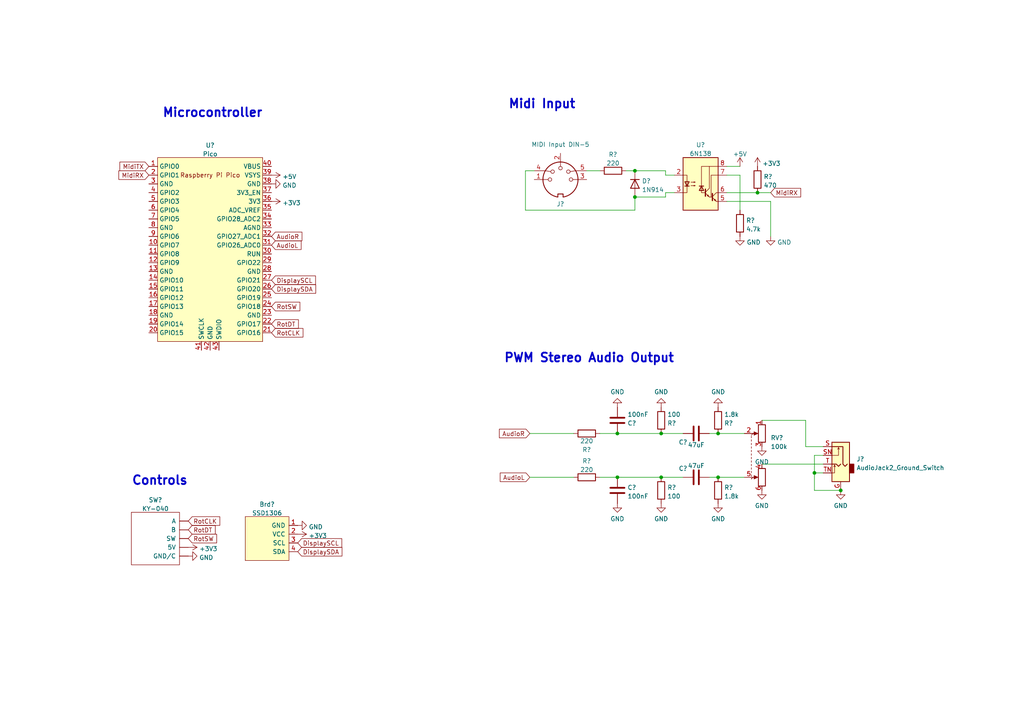
<source format=kicad_sch>
(kicad_sch (version 20211123) (generator eeschema)
  (paper "A4")
  (lib_symbols
    (symbol "Connector:AudioJack2_Ground_Switch"
      (property "Reference" "J" (at 0 11.43 0))
      (property "Value" "AudioJack2_Ground_Switch" (at 0 8.89 0))
      (symbol "AudioJack2_Ground_Switch_0_1"
        (rectangle (start -2.54 -2.54) (end -3.81 0) (stroke (width 0.254)) (fill (type outline)))
        (rectangle (start 2.54 6.35) (end -2.54 -5.08) (stroke (width 0.254)) (fill (type background)))
      )
      (symbol "AudioJack2_Ground_Switch_1_1"
        (polyline (pts (xy 0.635 4.826) (xy 0.889 4.318)))
        (polyline (pts (xy 1.778 -0.254) (xy 2.032 -0.762)))
        (polyline (pts (xy 0 0) (xy 0.635 -0.635) (xy 1.27 0) (xy 2.54 0)) (stroke (width 0.254)))
        (polyline (pts (xy 2.54 -2.54) (xy 1.778 -2.54) (xy 1.778 -0.254) (xy 1.524 -0.762)))
        (polyline (pts (xy 2.54 2.54) (xy 0.635 2.54) (xy 0.635 4.826) (xy 0.381 4.318)))
        (polyline (pts (xy 2.54 5.08) (xy -0.635 5.08) (xy -0.635 0) (xy -1.27 -0.635) (xy -1.905 0)) (stroke (width 0.254)))
        (pin passive line (at 0 -7.62 90) (length 2.54) (name "~") (number "G"))
        (pin passive line (at 5.08 5.08 180) (length 2.54) (name "~") (number "S"))
        (pin passive line (at 5.08 2.54 180) (length 2.54) (name "~") (number "SN"))
        (pin passive line (at 5.08 0 180) (length 2.54) (name "~") (number "T"))
        (pin passive line (at 5.08 -2.54 180) (length 2.54) (name "~") (number "TN"))
      )
    )
    (symbol "Connector:DIN-5_180degree" (pin_names (offset 1.016))
      (property "Reference" "J" (at 3.175 5.715 0))
      (property "Value" "DIN-5_180degree" (at 0 -6.35 0))
      (symbol "DIN-5_180degree_0_1"
        (arc (start -5.08 0) (mid -3.8609 -3.3364) (end -0.762 -5.08) (stroke (width 0.254)))
        (circle (center -3.048 0) (radius 0.508))
        (circle (center -2.286 2.286) (radius 0.508))
        (polyline (pts (xy -5.08 0) (xy -3.556 0)))
        (polyline (pts (xy 0 5.08) (xy 0 3.81)))
        (polyline (pts (xy 5.08 0) (xy 3.556 0)))
        (polyline (pts (xy -5.08 2.54) (xy -4.318 2.54) (xy -2.794 2.286)))
        (polyline (pts (xy 5.08 2.54) (xy 4.318 2.54) (xy 2.794 2.286)))
        (polyline (pts (xy -0.762 -4.953) (xy -0.762 -4.191) (xy 0.762 -4.191) (xy 0.762 -4.953)) (stroke (width 0.254)))
        (circle (center 0 3.302) (radius 0.508))
        (arc (start 0.762 -5.08) (mid 3.8685 -3.343) (end 5.08 0) (stroke (width 0.254)))
        (circle (center 2.286 2.286) (radius 0.508))
        (circle (center 3.048 0) (radius 0.508))
        (arc (start 5.08 0) (mid 0 5.08) (end -5.08 0) (stroke (width 0.254)))
      )
      (symbol "DIN-5_180degree_1_1"
        (pin passive line (at -7.62 0 0) (length 2.54) (name "~") (number "1"))
        (pin passive line (at 0 7.62 270) (length 2.54) (name "~") (number "2"))
        (pin passive line (at 7.62 0 180) (length 2.54) (name "~") (number "3"))
        (pin passive line (at -7.62 2.54 0) (length 2.54) (name "~") (number "4"))
        (pin passive line (at 7.62 2.54 180) (length 2.54) (name "~") (number "5"))
      )
    )
    (symbol "Device:C" (pin_numbers hide) (pin_names (offset 0.254))
      (property "Reference" "C" (at 0.635 2.54 0))
      (property "Value" "C" (at 0.635 -2.54 0))
      (symbol "C_0_1"
        (polyline (pts (xy -2.032 -0.762) (xy 2.032 -0.762)) (stroke (width 0.508)))
        (polyline (pts (xy -2.032 0.762) (xy 2.032 0.762)) (stroke (width 0.508)))
      )
      (symbol "C_1_1"
        (pin passive line (at 0 3.81 270) (length 2.794) (name "~") (number "1"))
        (pin passive line (at 0 -3.81 90) (length 2.794) (name "~") (number "2"))
      )
    )
    (symbol "Device:R" (pin_numbers hide) (pin_names (offset 0))
      (property "Reference" "R" (at 2.032 0 90))
      (property "Value" "R" (at 0 0 90))
      (symbol "R_0_1"
        (rectangle (start -1.016 -2.54) (end 1.016 2.54) (stroke (width 0.254)))
      )
      (symbol "R_1_1"
        (pin passive line (at 0 3.81 270) (length 1.27) (name "~") (number "1"))
        (pin passive line (at 0 -3.81 90) (length 1.27) (name "~") (number "2"))
      )
    )
    (symbol "Device:R_Potentiometer_Dual" (pin_names (offset 1.016) hide)
      (property "Reference" "RV" (at 0 3.81 0))
      (property "Value" "R_Potentiometer_Dual" (at 0 1.905 0))
      (symbol "R_Potentiometer_Dual_0_1"
        (rectangle (start -8.89 -1.524) (end -3.81 -3.556) (stroke (width 0.254)))
        (polyline (pts (xy -6.35 0) (xy -6.35 -1.016)))
        (polyline (pts (xy -6.35 0) (xy -6.35 -1.016)))
        (polyline (pts (xy -6.35 0) (xy -5.842 0.508)))
        (polyline (pts (xy -5.588 0.508) (xy -5.08 0.508)))
        (polyline (pts (xy -4.572 0.508) (xy -4.064 0.508)))
        (polyline (pts (xy -3.556 0.508) (xy -3.048 0.508)))
        (polyline (pts (xy -2.54 0.508) (xy -2.032 0.508)))
        (polyline (pts (xy -1.524 0.508) (xy -1.016 0.508)))
        (polyline (pts (xy -0.508 0.508) (xy 0 0.508)))
        (polyline (pts (xy 0.508 0.508) (xy 1.016 0.508)))
        (polyline (pts (xy 1.524 0.508) (xy 2.032 0.508)))
        (polyline (pts (xy 2.54 0.508) (xy 3.048 0.508)))
        (polyline (pts (xy 3.556 0.508) (xy 4.064 0.508)))
        (polyline (pts (xy 4.572 0.508) (xy 5.08 0.508)))
        (polyline (pts (xy 5.588 0.508) (xy 6.096 0.508)))
        (polyline (pts (xy 6.35 0) (xy 6.35 -1.016)))
        (polyline (pts (xy 6.35 0) (xy 6.35 -1.016)))
        (polyline (pts (xy 6.604 0.508) (xy 6.858 0.508) (xy 6.35 0)))
        (polyline (pts (xy -6.35 -1.397) (xy -6.858 -0.254) (xy -5.842 -0.254) (xy -6.35 -1.397)) (fill (type outline)))
        (polyline (pts (xy 6.35 -1.397) (xy 5.842 -0.254) (xy 6.858 -0.254) (xy 6.35 -1.397)) (fill (type outline)))
        (rectangle (start 3.81 -1.524) (end 8.89 -3.556) (stroke (width 0.254)))
      )
      (symbol "R_Potentiometer_Dual_1_1"
        (pin passive line (at -10.16 -2.54 0) (length 1.27) (name "1") (number "1"))
        (pin passive line (at -6.35 2.54 270) (length 2.54) (name "2") (number "2"))
        (pin passive line (at -2.54 -2.54 180) (length 1.27) (name "3") (number "3"))
        (pin passive line (at 2.54 -2.54 0) (length 1.27) (name "4") (number "4"))
        (pin passive line (at 6.35 2.54 270) (length 2.54) (name "5") (number "5"))
        (pin passive line (at 10.16 -2.54 180) (length 1.27) (name "6") (number "6"))
      )
    )
    (symbol "Diode:1N914" (pin_numbers hide) (pin_names (offset 1.016) hide)
      (property "Reference" "D" (at 0 2.54 0))
      (property "Value" "1N914" (at 0 -2.54 0))
      (symbol "1N914_0_1"
        (polyline (pts (xy -1.27 1.27) (xy -1.27 -1.27)) (stroke (width 0.254)))
        (polyline (pts (xy 1.27 0) (xy -1.27 0)))
        (polyline (pts (xy 1.27 1.27) (xy 1.27 -1.27) (xy -1.27 0) (xy 1.27 1.27)) (stroke (width 0.254)))
      )
      (symbol "1N914_1_1"
        (pin passive line (at -3.81 0 0) (length 2.54) (name "K") (number "1"))
        (pin passive line (at 3.81 0 180) (length 2.54) (name "A") (number "2"))
      )
    )
    (symbol "Isolator:6N138" (pin_names (offset 1.016) hide)
      (property "Reference" "U" (at -4.064 8.89 0))
      (property "Value" "6N138" (at 2.286 8.89 0))
      (symbol "6N138_0_1"
        (rectangle (start -5.08 7.62) (end 5.08 -7.62) (stroke (width 0.254)) (fill (type background)))
        (polyline (pts (xy -4.572 -0.635) (xy -3.302 -0.635)) (stroke (width 0.254)))
        (polyline (pts (xy 0.889 -0.635) (xy -0.381 -0.635)) (stroke (width 0.254)))
        (polyline (pts (xy 1.397 -2.667) (xy 2.54 -3.81)))
        (polyline (pts (xy 1.397 -2.413) (xy 2.54 -1.27)))
        (polyline (pts (xy 2.54 -3.81) (xy 3.175 -3.81)))
        (polyline (pts (xy 3.429 -3.937) (xy 4.572 -5.08)))
        (polyline (pts (xy 3.429 -3.683) (xy 4.572 -2.54)))
        (polyline (pts (xy 4.572 -5.08) (xy 5.08 -5.08)))
        (polyline (pts (xy 4.572 -2.54) (xy 5.08 -2.54)))
        (polyline (pts (xy 1.397 -1.524) (xy 1.397 -3.556) (xy 1.397 -3.556)) (stroke (width 0.3556)))
        (polyline (pts (xy 2.54 -1.27) (xy 2.54 5.08) (xy 5.08 5.08)))
        (polyline (pts (xy 3.429 -2.794) (xy 3.429 -4.826) (xy 3.429 -4.826)) (stroke (width 0.3556)))
        (polyline (pts (xy 5.08 2.54) (xy 3.048 2.54) (xy 3.048 -3.81)))
        (polyline (pts (xy -5.08 -2.54) (xy -3.937 -2.54) (xy -3.937 2.54) (xy -5.08 2.54)))
        (polyline (pts (xy -3.937 -0.635) (xy -4.572 0.635) (xy -3.302 0.635) (xy -3.937 -0.635)) (stroke (width 0.254)))
        (polyline (pts (xy 0.254 -0.635) (xy 0.889 -1.905) (xy -0.381 -1.905) (xy 0.254 -0.635)) (stroke (width 0.254)))
        (polyline (pts (xy 1.27 -2.54) (xy 0.254 -2.54) (xy 0.254 5.08) (xy 2.54 5.08)))
        (polyline (pts (xy 2.413 -3.683) (xy 2.159 -3.175) (xy 1.905 -3.429) (xy 2.413 -3.683)))
        (polyline (pts (xy 4.445 -4.953) (xy 4.191 -4.445) (xy 3.937 -4.699) (xy 4.445 -4.953)))
        (polyline (pts (xy -2.794 -0.508) (xy -1.524 -0.508) (xy -1.905 -0.635) (xy -1.905 -0.381) (xy -1.524 -0.508)))
        (polyline (pts (xy -2.794 0.508) (xy -1.524 0.508) (xy -1.905 0.381) (xy -1.905 0.635) (xy -1.524 0.508)))
      )
      (symbol "6N138_1_1"
        (pin no_connect line (at -5.08 5.08 0) (length 2.54) hide (name "NC") (number "1"))
        (pin passive line (at -7.62 2.54 0) (length 2.54) (name "C1") (number "2"))
        (pin passive line (at -7.62 -2.54 0) (length 2.54) (name "C2") (number "3"))
        (pin no_connect line (at -5.08 -5.08 0) (length 2.54) hide (name "NC") (number "4"))
        (pin passive line (at 7.62 -5.08 180) (length 2.54) (name "GND") (number "5"))
        (pin passive line (at 7.62 -2.54 180) (length 2.54) (name "VO2") (number "6"))
        (pin passive line (at 7.62 2.54 180) (length 2.54) (name "VO1") (number "7"))
        (pin passive line (at 7.62 5.08 180) (length 2.54) (name "VCC") (number "8"))
      )
    )
    (symbol "KY-040:KY-040" (pin_names (offset 1.016))
      (property "Reference" "SW" (at 0 15.24 0))
      (property "Value" "KY-040" (at 0 12.7 0))
      (symbol "KY-040_0_1"
        (rectangle (start -7.62 -2.54) (end 7.62 11.43))
      )
      (symbol "KY-040_1_1"
        (pin power_in line (at -2.54 -5.08 90) (length 2.54) (name "5V") (number "~"))
        (pin output line (at 5.08 -5.08 90) (length 2.54) (name "A") (number "~"))
        (pin output line (at 2.54 -5.08 90) (length 2.54) (name "B") (number "~"))
        (pin output line (at -5.08 -5.08 90) (length 2.54) (name "GND/C") (number "~"))
        (pin input line (at 0 -5.08 90) (length 2.54) (name "SW") (number "~"))
      )
    )
    (symbol "RPi Pico:Pico"
      (property "Reference" "U" (at -13.97 27.94 0))
      (property "Value" "Pico" (at 0 19.05 0))
      (symbol "Pico_0_0"
        (text "Raspberry Pi Pico" (at 0 21.59 0) (effects (font (size 1.27 1.27))))
      )
      (symbol "Pico_0_1"
        (rectangle (start -15.24 26.67) (end 15.24 -26.67) (fill (type background)))
      )
      (symbol "Pico_1_1"
        (pin bidirectional line (at -17.78 24.13 0) (length 2.54) (name "GPIO0") (number "1"))
        (pin bidirectional line (at -17.78 1.27 0) (length 2.54) (name "GPIO7") (number "10"))
        (pin bidirectional line (at -17.78 -1.27 0) (length 2.54) (name "GPIO8") (number "11"))
        (pin bidirectional line (at -17.78 -3.81 0) (length 2.54) (name "GPIO9") (number "12"))
        (pin power_in line (at -17.78 -6.35 0) (length 2.54) (name "GND") (number "13"))
        (pin bidirectional line (at -17.78 -8.89 0) (length 2.54) (name "GPIO10") (number "14"))
        (pin bidirectional line (at -17.78 -11.43 0) (length 2.54) (name "GPIO11") (number "15"))
        (pin bidirectional line (at -17.78 -13.97 0) (length 2.54) (name "GPIO12") (number "16"))
        (pin bidirectional line (at -17.78 -16.51 0) (length 2.54) (name "GPIO13") (number "17"))
        (pin power_in line (at -17.78 -19.05 0) (length 2.54) (name "GND") (number "18"))
        (pin bidirectional line (at -17.78 -21.59 0) (length 2.54) (name "GPIO14") (number "19"))
        (pin bidirectional line (at -17.78 21.59 0) (length 2.54) (name "GPIO1") (number "2"))
        (pin bidirectional line (at -17.78 -24.13 0) (length 2.54) (name "GPIO15") (number "20"))
        (pin bidirectional line (at 17.78 -24.13 180) (length 2.54) (name "GPIO16") (number "21"))
        (pin bidirectional line (at 17.78 -21.59 180) (length 2.54) (name "GPIO17") (number "22"))
        (pin power_in line (at 17.78 -19.05 180) (length 2.54) (name "GND") (number "23"))
        (pin bidirectional line (at 17.78 -16.51 180) (length 2.54) (name "GPIO18") (number "24"))
        (pin bidirectional line (at 17.78 -13.97 180) (length 2.54) (name "GPIO19") (number "25"))
        (pin bidirectional line (at 17.78 -11.43 180) (length 2.54) (name "GPIO20") (number "26"))
        (pin bidirectional line (at 17.78 -8.89 180) (length 2.54) (name "GPIO21") (number "27"))
        (pin power_in line (at 17.78 -6.35 180) (length 2.54) (name "GND") (number "28"))
        (pin bidirectional line (at 17.78 -3.81 180) (length 2.54) (name "GPIO22") (number "29"))
        (pin power_in line (at -17.78 19.05 0) (length 2.54) (name "GND") (number "3"))
        (pin input line (at 17.78 -1.27 180) (length 2.54) (name "RUN") (number "30"))
        (pin bidirectional line (at 17.78 1.27 180) (length 2.54) (name "GPIO26_ADC0") (number "31"))
        (pin bidirectional line (at 17.78 3.81 180) (length 2.54) (name "GPIO27_ADC1") (number "32"))
        (pin power_in line (at 17.78 6.35 180) (length 2.54) (name "AGND") (number "33"))
        (pin bidirectional line (at 17.78 8.89 180) (length 2.54) (name "GPIO28_ADC2") (number "34"))
        (pin power_in line (at 17.78 11.43 180) (length 2.54) (name "ADC_VREF") (number "35"))
        (pin power_in line (at 17.78 13.97 180) (length 2.54) (name "3V3") (number "36"))
        (pin input line (at 17.78 16.51 180) (length 2.54) (name "3V3_EN") (number "37"))
        (pin bidirectional line (at 17.78 19.05 180) (length 2.54) (name "GND") (number "38"))
        (pin power_in line (at 17.78 21.59 180) (length 2.54) (name "VSYS") (number "39"))
        (pin bidirectional line (at -17.78 16.51 0) (length 2.54) (name "GPIO2") (number "4"))
        (pin power_in line (at 17.78 24.13 180) (length 2.54) (name "VBUS") (number "40"))
        (pin input line (at -2.54 -29.21 90) (length 2.54) (name "SWCLK") (number "41"))
        (pin power_in line (at 0 -29.21 90) (length 2.54) (name "GND") (number "42"))
        (pin bidirectional line (at 2.54 -29.21 90) (length 2.54) (name "SWDIO") (number "43"))
        (pin bidirectional line (at -17.78 13.97 0) (length 2.54) (name "GPIO3") (number "5"))
        (pin bidirectional line (at -17.78 11.43 0) (length 2.54) (name "GPIO4") (number "6"))
        (pin bidirectional line (at -17.78 8.89 0) (length 2.54) (name "GPIO5") (number "7"))
        (pin power_in line (at -17.78 6.35 0) (length 2.54) (name "GND") (number "8"))
        (pin bidirectional line (at -17.78 3.81 0) (length 2.54) (name "GPIO6") (number "9"))
      )
    )
    (symbol "SSD1306:SSD1306" (pin_names (offset 1.016))
      (property "Reference" "Brd" (at 0 -3.81 0))
      (property "Value" "SSD1306" (at 0 -1.27 0))
      (symbol "SSD1306_0_1"
        (rectangle (start -6.35 6.35) (end 6.35 -6.35) (fill (type background)))
      )
      (symbol "SSD1306_1_1"
        (pin input line (at -3.81 8.89 270) (length 2.54) (name "GND") (number "1"))
        (pin input line (at -1.27 8.89 270) (length 2.54) (name "VCC") (number "2"))
        (pin input line (at 1.27 8.89 270) (length 2.54) (name "SCL") (number "3"))
        (pin input line (at 3.81 8.89 270) (length 2.54) (name "SDA") (number "4"))
      )
    )
    (symbol "power:+3V3" (power) (pin_names (offset 0))
      (property "Value" "+3V3" (at 0 3.556 0))
      (symbol "+3V3_0_1"
        (polyline (pts (xy -0.762 1.27) (xy 0 2.54)))
        (polyline (pts (xy 0 0) (xy 0 2.54)))
        (polyline (pts (xy 0 2.54) (xy 0.762 1.27)))
      )
      (symbol "+3V3_1_1"
        (pin power_in line (at 0 0 90) (length 0) hide (name "+3V3") (number "1"))
      )
    )
    (symbol "power:+5V" (power) (pin_names (offset 0))
      (property "Value" "+5V" (at 0 3.556 0))
      (symbol "+5V_0_1"
        (polyline (pts (xy -0.762 1.27) (xy 0 2.54)))
        (polyline (pts (xy 0 0) (xy 0 2.54)))
        (polyline (pts (xy 0 2.54) (xy 0.762 1.27)))
      )
      (symbol "+5V_1_1"
        (pin power_in line (at 0 0 90) (length 0) hide (name "+5V") (number "1"))
      )
    )
    (symbol "power:GND" (power) (pin_names (offset 0))
      (property "Value" "GND" (at 0 -3.81 0))
      (symbol "GND_0_1"
        (polyline (pts (xy 0 0) (xy 0 -1.27) (xy 1.27 -1.27) (xy 0 -2.54) (xy -1.27 -1.27) (xy 0 -1.27)))
      )
      (symbol "GND_1_1"
        (pin power_in line (at 0 0 270) (length 0) hide (name "GND") (number "1"))
      )
    )
  )
  (junction (at 219.71 55.88))
  (junction (at 208.28 138.43))
  (junction (at 191.77 125.73))
  (junction (at 184.15 57.15))
  (junction (at 208.28 125.73))
  (junction (at 179.07 125.73))
  (junction (at 236.22 137.16))
  (junction (at 184.15 49.53))
  (junction (at 179.07 138.43))
  (junction (at 243.84 142.24))
  (junction (at 191.77 138.43))
  (wire (pts (xy 153.67 138.43) (xy 166.37 138.43)))
  (wire (pts (xy 193.04 49.53) (xy 184.15 49.53)))
  (wire (pts (xy 205.74 138.43) (xy 208.28 138.43)))
  (wire (pts (xy 193.04 57.15) (xy 184.15 57.15)))
  (wire (pts (xy 233.68 121.92) (xy 233.68 129.54)))
  (wire (pts (xy 179.07 138.43) (xy 191.77 138.43)))
  (wire (pts (xy 223.52 58.42) (xy 223.52 68.58)))
  (wire (pts (xy 220.98 134.62) (xy 238.76 134.62)))
  (wire (pts (xy 208.28 138.43) (xy 215.9 138.43)))
  (wire (pts (xy 152.4 49.53) (xy 154.94 49.53)))
  (wire (pts (xy 153.67 125.73) (xy 166.37 125.73)))
  (wire (pts (xy 195.58 50.8) (xy 193.04 50.8)))
  (wire (pts (xy 208.28 125.73) (xy 215.9 125.73)))
  (wire (pts (xy 170.18 49.53) (xy 173.99 49.53)))
  (wire (pts (xy 220.98 121.92) (xy 233.68 121.92)))
  (wire (pts (xy 173.99 138.43) (xy 179.07 138.43)))
  (wire (pts (xy 236.22 137.16) (xy 238.76 137.16)))
  (wire (pts (xy 193.04 50.8) (xy 193.04 49.53)))
  (wire (pts (xy 210.82 58.42) (xy 223.52 58.42)))
  (wire (pts (xy 238.76 132.08) (xy 236.22 132.08)))
  (wire (pts (xy 210.82 55.88) (xy 219.71 55.88)))
  (wire (pts (xy 214.63 50.8) (xy 214.63 60.96)))
  (wire (pts (xy 219.71 55.88) (xy 223.52 55.88)))
  (wire (pts (xy 205.74 125.73) (xy 208.28 125.73)))
  (wire (pts (xy 181.61 49.53) (xy 184.15 49.53)))
  (wire (pts (xy 236.22 132.08) (xy 236.22 137.16)))
  (wire (pts (xy 184.15 60.96) (xy 184.15 57.15)))
  (wire (pts (xy 152.4 60.96) (xy 184.15 60.96)))
  (wire (pts (xy 191.77 138.43) (xy 198.12 138.43)))
  (wire (pts (xy 193.04 55.88) (xy 193.04 57.15)))
  (wire (pts (xy 173.99 125.73) (xy 179.07 125.73)))
  (wire (pts (xy 210.82 48.26) (xy 214.63 48.26)))
  (wire (pts (xy 152.4 60.96) (xy 152.4 49.53)))
  (wire (pts (xy 236.22 142.24) (xy 236.22 137.16)))
  (wire (pts (xy 210.82 50.8) (xy 214.63 50.8)))
  (wire (pts (xy 243.84 142.24) (xy 236.22 142.24)))
  (wire (pts (xy 195.58 55.88) (xy 193.04 55.88)))
  (wire (pts (xy 191.77 125.73) (xy 198.12 125.73)))
  (wire (pts (xy 233.68 129.54) (xy 238.76 129.54)))
  (wire (pts (xy 179.07 125.73) (xy 191.77 125.73)))
  (text "Microcontroller" (at 46.99 34.29 0) (effects (font (size 2.54 2.54) (thickness 0.508) bold) (justify left bottom)))
  (text "Controls" (at 38.1 140.97 0) (effects (font (size 2.54 2.54) (thickness 0.508) bold) (justify left bottom)))
  (text "Midi Input" (at 147.32 31.75 0) (effects (font (size 2.54 2.54) (thickness 0.508) bold) (justify left bottom)))
  (text "PWM Stereo Audio Output" (at 146.05 105.41 0) (effects (font (size 2.54 2.54) (thickness 0.508) bold) (justify left bottom)))
  (global_label "RotDT" (shape input) (at 78.74 93.98 0) (property "Intersheet References" "${INTERSHEET_REFS}" (effects hide)))
  (global_label "DisplaySDA" (shape input) (at 86.36 160.02 0) (property "Intersheet References" "${INTERSHEET_REFS}" (effects hide)))
  (global_label "RotSW" (shape input) (at 78.74 88.9 0) (property "Intersheet References" "${INTERSHEET_REFS}" (effects hide)))
  (global_label "AudioL" (shape input) (at 78.74 71.12 0) (property "Intersheet References" "${INTERSHEET_REFS}" (effects hide)))
  (global_label "DisplaySCL" (shape input) (at 86.36 157.48 0) (property "Intersheet References" "${INTERSHEET_REFS}" (effects hide)))
  (global_label "AudioR" (shape input) (at 78.74 68.58 0) (property "Intersheet References" "${INTERSHEET_REFS}" (effects hide)))
  (global_label "DisplaySCL" (shape input) (at 78.74 81.28 0) (property "Intersheet References" "${INTERSHEET_REFS}" (effects hide)))
  (global_label "AudioR" (shape input) (at 153.67 125.73 180) (property "Intersheet References" "${INTERSHEET_REFS}" (effects hide)))
  (global_label "RotCLK" (shape input) (at 78.74 96.52 0) (property "Intersheet References" "${INTERSHEET_REFS}" (effects hide)))
  (global_label "AudioL" (shape input) (at 153.67 138.43 180) (property "Intersheet References" "${INTERSHEET_REFS}" (effects hide)))
  (global_label "RotSW" (shape input) (at 54.61 156.21 0) (property "Intersheet References" "${INTERSHEET_REFS}" (effects hide)))
  (global_label "MidiRX" (shape input) (at 223.52 55.88 0) (property "Intersheet References" "${INTERSHEET_REFS}" (effects hide)))
  (global_label "DisplaySDA" (shape input) (at 78.74 83.82 0) (property "Intersheet References" "${INTERSHEET_REFS}" (effects hide)))
  (global_label "RotCLK" (shape input) (at 54.61 151.13 0) (property "Intersheet References" "${INTERSHEET_REFS}" (effects hide)))
  (global_label "MidiRX" (shape input) (at 43.18 50.8 180) (property "Intersheet References" "${INTERSHEET_REFS}" (effects hide)))
  (global_label "MidiTX" (shape input) (at 43.18 48.26 180) (property "Intersheet References" "${INTERSHEET_REFS}" (effects hide)))
  (global_label "RotDT" (shape input) (at 54.61 153.67 0) (property "Intersheet References" "${INTERSHEET_REFS}" (effects hide)))
  (symbol (lib_id "power:GND") (at 191.77 146.05 0) (unit 1)
    (property "Reference" "#PWR?" (effects hide))
    (property "Value" "GND" (at 191.77 150.4934 0))
  )
  (symbol (lib_id "Device:C") (at 201.93 138.43 90) (unit 1)
    (property "Reference" "C?" (at 198.12 135.89 90))
    (property "Value" "47uF" (at 201.93 135.1081 90))
  )
  (symbol (lib_id "Device:R") (at 191.77 142.24 180) (unit 1)
    (property "Reference" "R?" (at 193.548 141.4053 0) (effects (justify right)))
    (property "Value" "100" (at 193.548 143.9422 0) (effects (justify right)))
  )
  (symbol (lib_id "Device:R") (at 208.28 121.92 0) (mirror y) (unit 1)
    (property "Reference" "R?" (at 210.058 122.7547 0) (effects (justify right)))
    (property "Value" "1.8k" (at 210.058 120.2178 0) (effects (justify right)))
  )
  (symbol (lib_id "power:GND") (at 54.61 161.29 90) (unit 1)
    (property "Reference" "#PWR?" (effects hide))
    (property "Value" "GND" (at 57.785 161.7238 90) (effects (justify right)))
  )
  (symbol (lib_id "power:+3V3") (at 86.36 154.94 270) (unit 1)
    (property "Reference" "#PWR?" (effects hide))
    (property "Value" "+3V3" (at 89.535 155.3738 90) (effects (justify left)))
  )
  (symbol (lib_id "power:+3V3") (at 78.74 58.42 270) (unit 1)
    (property "Reference" "#PWR?" (effects hide))
    (property "Value" "+3V3" (at 81.915 58.8538 90) (effects (justify left)))
  )
  (symbol (lib_id "Diode:1N914") (at 184.15 53.34 270) (unit 1)
    (property "Reference" "D?" (at 186.182 52.5053 90) (effects (justify left)))
    (property "Value" "1N914" (at 186.182 55.0422 90) (effects (justify left)))
    (property "Footprint" "Diode_THT:D_DO-35_SOD27_P7.62mm_Horizontal" (effects hide))
    (property "Datasheet" "http://www.vishay.com/docs/85622/1n914.pdf" (effects hide))
  )
  (symbol (lib_id "Device:R") (at 170.18 125.73 90) (mirror x) (unit 1)
    (property "Reference" "R?" (at 170.18 130.4458 90))
    (property "Value" "220" (at 170.18 127.9089 90))
  )
  (symbol (lib_id "power:GND") (at 86.36 152.4 90) (unit 1)
    (property "Reference" "#PWR?" (effects hide))
    (property "Value" "GND" (at 89.535 152.8338 90) (effects (justify right)))
  )
  (symbol (lib_id "Isolator:6N138") (at 203.2 53.34 0) (unit 1)
    (property "Reference" "U?" (at 203.2 42.0202 0))
    (property "Value" "6N138" (at 203.2 44.5571 0))
    (property "Datasheet" "http://www.onsemi.com/pub/Collateral/HCPL2731-D.pdf" (effects hide))
  )
  (symbol (lib_id "Device:R") (at 177.8 49.53 270) (unit 1)
    (property "Reference" "R?" (at 177.8 44.8142 90))
    (property "Value" "220" (at 177.8 47.3511 90))
  )
  (symbol (lib_id "power:+3V3") (at 219.71 48.26 0) (unit 1)
    (property "Reference" "#PWR?" (effects hide))
    (property "Value" "+3V3" (at 221.107 47.4238 0) (effects (justify left)))
  )
  (symbol (lib_id "SSD1306:SSD1306") (at 77.47 156.21 270) (unit 1)
    (property "Reference" "Brd?" (at 77.47 146.2872 90))
    (property "Value" "SSD1306" (at 77.47 148.8241 90))
  )
  (symbol (lib_id "Device:R") (at 208.28 142.24 180) (unit 1)
    (property "Reference" "R?" (at 210.058 141.4053 0) (effects (justify right)))
    (property "Value" "1.8k" (at 210.058 143.9422 0) (effects (justify right)))
  )
  (symbol (lib_id "power:GND") (at 214.63 68.58 0) (mirror y) (unit 1)
    (property "Reference" "#PWR?" (effects hide))
    (property "Value" "GND" (at 216.535 70.2838 0) (effects (justify right)))
  )
  (symbol (lib_id "power:GND") (at 223.52 68.58 0) (mirror y) (unit 1)
    (property "Reference" "#PWR?" (effects hide))
    (property "Value" "GND" (at 225.425 70.2838 0) (effects (justify right)))
  )
  (symbol (lib_id "Device:R_Potentiometer_Dual") (at 218.44 132.08 90) (mirror x) (unit 1)
    (property "Reference" "RV?" (at 223.52 127 90) (effects (justify right)))
    (property "Value" "100k" (at 223.52 129.54 90) (effects (justify right)))
  )
  (symbol (lib_id "power:GND") (at 78.74 53.34 90) (unit 1)
    (property "Reference" "#PWR?" (effects hide))
    (property "Value" "GND" (at 81.915 53.7738 90) (effects (justify right)))
  )
  (symbol (lib_id "RPi Pico:Pico") (at 60.96 72.39 0) (unit 1)
    (property "Reference" "U?" (at 60.96 42.1472 0))
    (property "Value" "Pico" (at 60.96 44.6841 0))
    (property "Footprint" "RPi_Pico:RPi_Pico_SMD_TH" (effects hide))
  )
  (symbol (lib_id "Device:C") (at 201.93 125.73 90) (mirror x) (unit 1)
    (property "Reference" "C?" (at 198.12 128.27 90))
    (property "Value" "47uF" (at 201.93 129.0519 90))
  )
  (symbol (lib_id "power:GND") (at 208.28 118.11 0) (mirror x) (unit 1)
    (property "Reference" "#PWR?" (effects hide))
    (property "Value" "GND" (at 208.28 113.6666 0))
  )
  (symbol (lib_id "power:GND") (at 179.07 118.11 0) (mirror x) (unit 1)
    (property "Reference" "#PWR?" (effects hide))
    (property "Value" "GND" (at 179.07 113.6666 0))
  )
  (symbol (lib_id "power:+5V") (at 214.63 48.26 0) (unit 1)
    (property "Reference" "#PWR?" (effects hide))
    (property "Value" "+5V" (at 214.63 44.6842 0))
  )
  (symbol (lib_id "power:GND") (at 243.84 142.24 0) (unit 1)
    (property "Reference" "#PWR?" (effects hide))
    (property "Value" "GND" (at 243.84 146.6834 0))
  )
  (symbol (lib_id "power:+3V3") (at 54.61 158.75 270) (unit 1)
    (property "Reference" "#PWR?" (effects hide))
    (property "Value" "+3V3" (at 57.785 159.1838 90) (effects (justify left)))
  )
  (symbol (lib_id "Device:R") (at 214.63 64.77 180) (unit 1)
    (property "Reference" "R?" (at 216.408 63.9353 0) (effects (justify right)))
    (property "Value" "4.7k" (at 216.408 66.4722 0) (effects (justify right)))
  )
  (symbol (lib_id "power:GND") (at 179.07 146.05 0) (unit 1)
    (property "Reference" "#PWR?" (effects hide))
    (property "Value" "GND" (at 179.07 150.4934 0))
  )
  (symbol (lib_id "power:GND") (at 220.98 129.54 0) (unit 1)
    (property "Reference" "#PWR?" (effects hide))
    (property "Value" "GND" (at 220.98 133.9834 0))
  )
  (symbol (lib_id "power:+5V") (at 78.74 50.8 270) (unit 1)
    (property "Reference" "#PWR?" (effects hide))
    (property "Value" "+5V" (at 81.915 51.2338 90) (effects (justify left)))
  )
  (symbol (lib_id "Device:R") (at 219.71 52.07 180) (unit 1)
    (property "Reference" "R?" (at 221.488 51.2353 0) (effects (justify right)))
    (property "Value" "470" (at 221.488 53.7722 0) (effects (justify right)))
  )
  (symbol (lib_id "Device:R") (at 170.18 138.43 90) (unit 1)
    (property "Reference" "R?" (at 170.18 133.7142 90))
    (property "Value" "220" (at 170.18 136.2511 90))
  )
  (symbol (lib_id "power:GND") (at 220.98 142.24 0) (unit 1)
    (property "Reference" "#PWR?" (effects hide))
    (property "Value" "GND" (at 220.98 146.6834 0))
  )
  (symbol (lib_id "power:GND") (at 208.28 146.05 0) (unit 1)
    (property "Reference" "#PWR?" (effects hide))
    (property "Value" "GND" (at 208.28 150.4934 0))
  )
  (symbol (lib_id "KY-040:KY-040") (at 49.53 156.21 90) (unit 1)
    (property "Reference" "SW?" (at 45.085 145.0172 90))
    (property "Value" "KY-040" (at 45.085 147.5541 90))
  )
  (symbol (lib_id "power:GND") (at 191.77 118.11 0) (mirror x) (unit 1)
    (property "Reference" "#PWR?" (effects hide))
    (property "Value" "GND" (at 191.77 113.6666 0))
  )
  (symbol (lib_id "Device:R") (at 191.77 121.92 0) (mirror y) (unit 1)
    (property "Reference" "R?" (at 193.548 122.7547 0) (effects (justify right)))
    (property "Value" "100" (at 193.548 120.2178 0) (effects (justify right)))
  )
  (symbol (lib_id "Device:C") (at 179.07 142.24 0) (unit 1)
    (property "Reference" "C?" (at 181.991 141.4053 0) (effects (justify left)))
    (property "Value" "100nF" (at 181.991 143.9422 0) (effects (justify left)))
  )
  (symbol (lib_id "Connector:DIN-5_180degree") (at 162.56 52.07 0) (unit 1)
    (property "Reference" "J?" (at 162.5601 59.1804 0))
    (property "Value" "MIDI Input DIN-5" (at 162.56 41.91 0))
    (property "Datasheet" "http://www.mouser.com/ds/2/18/40_c091_abd_e-75918.pdf" (effects hide))
  )
  (symbol (lib_id "Device:C") (at 179.07 121.92 0) (mirror x) (unit 1)
    (property "Reference" "C?" (at 181.991 122.7547 0) (effects (justify left)))
    (property "Value" "100nF" (at 181.991 120.2178 0) (effects (justify left)))
  )
  (symbol (lib_id "Connector:AudioJack2_Ground_Switch") (at 243.84 134.62 0) (mirror y) (unit 1)
    (property "Reference" "J?" (at 248.412 133.1503 0) (effects (justify right)))
    (property "Value" "AudioJack2_Ground_Switch" (at 248.412 135.6872 0) (effects (justify right)))
  )
)
</source>
